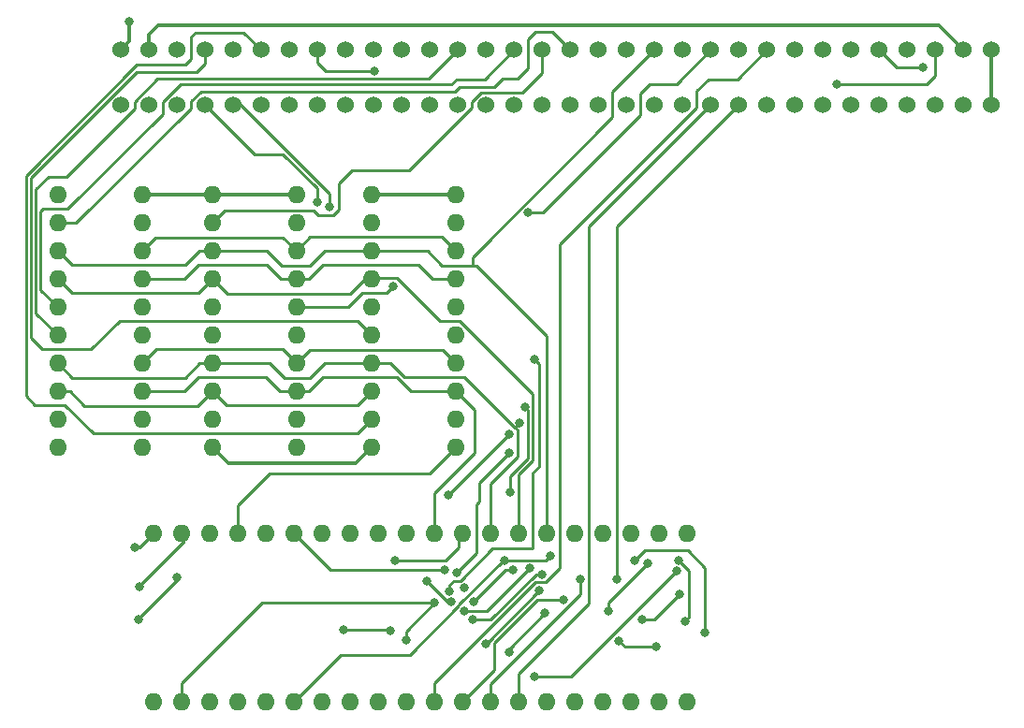
<source format=gbr>
%TF.GenerationSoftware,KiCad,Pcbnew,(5.99.0-7341-g2f3ca60c5e)*%
%TF.CreationDate,2021-11-12T09:56:41+01:00*%
%TF.ProjectId,MD Dumper Classic,4d442044-756d-4706-9572-20436c617373,rev?*%
%TF.SameCoordinates,Original*%
%TF.FileFunction,Copper,L1,Top*%
%TF.FilePolarity,Positive*%
%FSLAX46Y46*%
G04 Gerber Fmt 4.6, Leading zero omitted, Abs format (unit mm)*
G04 Created by KiCad (PCBNEW (5.99.0-7341-g2f3ca60c5e)) date 2021-11-12 09:56:41*
%MOMM*%
%LPD*%
G01*
G04 APERTURE LIST*
%TA.AperFunction,ComponentPad*%
%ADD10O,1.600000X1.600000*%
%TD*%
%TA.AperFunction,ComponentPad*%
%ADD11C,1.524000*%
%TD*%
%TA.AperFunction,ViaPad*%
%ADD12C,0.800000*%
%TD*%
%TA.AperFunction,Conductor*%
%ADD13C,0.250000*%
%TD*%
%TA.AperFunction,Conductor*%
%ADD14C,0.300000*%
%TD*%
G04 APERTURE END LIST*
D10*
%TO.P,U3,1,Mr*%
%TO.N,VCC5*%
X121640000Y-73130000D03*
%TO.P,U3,2,Q0*%
%TO.N,A16*%
X121640000Y-75670000D03*
%TO.P,U3,3,D0*%
%TO.N,D0_V*%
X121640000Y-78210000D03*
%TO.P,U3,4,D1*%
%TO.N,D1_V*%
X121640000Y-80750000D03*
%TO.P,U3,5,Q1*%
%TO.N,A17*%
X121640000Y-83290000D03*
%TO.P,U3,6,Q2*%
%TO.N,A18*%
X121640000Y-85830000D03*
%TO.P,U3,7,D2*%
%TO.N,D2_V*%
X121640000Y-88370000D03*
%TO.P,U3,8,D3*%
%TO.N,d3_v*%
X121640000Y-90910000D03*
%TO.P,U3,9,Q3*%
%TO.N,A19*%
X121640000Y-93450000D03*
%TO.P,U3,10,GND*%
%TO.N,GND*%
X121640000Y-95990000D03*
%TO.P,U3,11,Cp*%
%TO.N,Clk3*%
X129260000Y-95990000D03*
%TO.P,U3,12,Q4*%
%TO.N,A20*%
X129260000Y-93450000D03*
%TO.P,U3,13,D4*%
%TO.N,D4_V*%
X129260000Y-90910000D03*
%TO.P,U3,14,D5*%
%TO.N,D5_V*%
X129260000Y-88370000D03*
%TO.P,U3,15,Q5*%
%TO.N,A21*%
X129260000Y-85830000D03*
%TO.P,U3,16,Q6*%
%TO.N,A22*%
X129260000Y-83290000D03*
%TO.P,U3,17,D6*%
%TO.N,D6_V*%
X129260000Y-80750000D03*
%TO.P,U3,18,D7*%
%TO.N,D7_V*%
X129260000Y-78210000D03*
%TO.P,U3,19*%
%TO.N,N/C*%
X129260000Y-75670000D03*
%TO.P,U3,20,VCC*%
%TO.N,VCC5*%
X129260000Y-73130000D03*
%TD*%
%TO.P,U1,1,Mr*%
%TO.N,VCC5*%
X107675000Y-73130000D03*
%TO.P,U1,2,Q0*%
%TO.N,A0*%
X107675000Y-75670000D03*
%TO.P,U1,3,D0*%
%TO.N,D0_V*%
X107675000Y-78210000D03*
%TO.P,U1,4,D1*%
%TO.N,D1_V*%
X107675000Y-80750000D03*
%TO.P,U1,5,Q1*%
%TO.N,A1*%
X107675000Y-83290000D03*
%TO.P,U1,6,Q2*%
%TO.N,A2*%
X107675000Y-85830000D03*
%TO.P,U1,7,D2*%
%TO.N,D2_V*%
X107675000Y-88370000D03*
%TO.P,U1,8,D3*%
%TO.N,d3_v*%
X107675000Y-90910000D03*
%TO.P,U1,9,Q3*%
%TO.N,A3*%
X107675000Y-93450000D03*
%TO.P,U1,10,GND*%
%TO.N,GND*%
X107675000Y-95990000D03*
%TO.P,U1,11,Cp*%
%TO.N,Clk1*%
X115295000Y-95990000D03*
%TO.P,U1,12,Q4*%
%TO.N,A4*%
X115295000Y-93450000D03*
%TO.P,U1,13,D4*%
%TO.N,D4_V*%
X115295000Y-90910000D03*
%TO.P,U1,14,D5*%
%TO.N,D5_V*%
X115295000Y-88370000D03*
%TO.P,U1,15,Q5*%
%TO.N,A5*%
X115295000Y-85830000D03*
%TO.P,U1,16,Q6*%
%TO.N,A6*%
X115295000Y-83290000D03*
%TO.P,U1,17,D6*%
%TO.N,D6_V*%
X115295000Y-80750000D03*
%TO.P,U1,18,D7*%
%TO.N,D7_V*%
X115295000Y-78210000D03*
%TO.P,U1,19,Q7*%
%TO.N,A7*%
X115295000Y-75670000D03*
%TO.P,U1,20,VCC*%
%TO.N,VCC5*%
X115295000Y-73130000D03*
%TD*%
%TO.P,P1,*%
%TO.N,D2_V*%
X146800000Y-103760000D03*
%TO.N,d3_v*%
X144260000Y-103760000D03*
%TO.P,P1,1,1*%
%TO.N,Clk1*%
X116320000Y-119000000D03*
%TO.P,P1,2,2*%
%TO.N,D12*%
X118860000Y-119000000D03*
%TO.P,P1,3,3*%
%TO.N,Clk3*%
X121400000Y-119000000D03*
%TO.P,P1,4,4*%
%TO.N,D11*%
X123940000Y-119000000D03*
%TO.P,P1,5,5*%
%TO.N,MD_AS*%
X126480000Y-119000000D03*
%TO.P,P1,6,6*%
%TO.N,MD_Rst*%
X129020000Y-119000000D03*
%TO.P,P1,7,7*%
%TO.N,MD_TIME*%
X131560000Y-119000000D03*
%TO.P,P1,8,8*%
%TO.N,/PA11*%
X134100000Y-119000000D03*
%TO.P,P1,9,9*%
%TO.N,/PA12*%
X136640000Y-119000000D03*
%TO.P,P1,10,10*%
%TO.N,MD_UWR*%
X139180000Y-119000000D03*
%TO.P,P1,11,11*%
%TO.N,D9*%
X141720000Y-119000000D03*
%TO.P,P1,12,12*%
%TO.N,D10*%
X144260000Y-119000000D03*
%TO.P,P1,13,13*%
%TO.N,D14*%
X146800000Y-119000000D03*
%TO.P,P1,14,14*%
%TO.N,D15*%
X149340000Y-119000000D03*
%TO.P,P1,15,15*%
%TO.N,MD_OE*%
X151880000Y-119000000D03*
%TO.P,P1,16,16*%
%TO.N,MD_CE*%
X154420000Y-119000000D03*
%TO.P,P1,17,17*%
%TO.N,MD_WE*%
X156960000Y-119000000D03*
%TO.P,P1,18,18*%
%TO.N,VCC5*%
X159500000Y-119000000D03*
%TO.P,P1,19,19*%
%TO.N,GND*%
X162040000Y-119000000D03*
%TO.P,P1,20,20*%
%TO.N,N/C*%
X164580000Y-119000000D03*
%TO.P,P1,21,21*%
%TO.N,/VBAT*%
X164580000Y-103760000D03*
%TO.P,P1,22,22*%
%TO.N,/PC13*%
X162040000Y-103760000D03*
%TO.P,P1,23,23*%
%TO.N,/PC14*%
X159500000Y-103760000D03*
%TO.P,P1,24,24*%
%TO.N,/PC15*%
X156960000Y-103760000D03*
%TO.P,P1,25,25*%
%TO.N,/RST*%
X154420000Y-103760000D03*
%TO.P,P1,26,26*%
%TO.N,D0_V*%
X151880000Y-103760000D03*
%TO.P,P1,27,27*%
%TO.N,D1_V*%
X149340000Y-103760000D03*
%TO.P,P1,30,30*%
%TO.N,D4_V*%
X141720000Y-103760000D03*
%TO.P,P1,31,31*%
%TO.N,D5_V*%
X139180000Y-103760000D03*
%TO.P,P1,32,32*%
%TO.N,D6_V*%
X136640000Y-103760000D03*
%TO.P,P1,33,33*%
%TO.N,D7_V*%
X134100000Y-103760000D03*
%TO.P,P1,34,34*%
%TO.N,D13*%
X131560000Y-103760000D03*
%TO.P,P1,35,35*%
%TO.N,D8*%
X129020000Y-103760000D03*
%TO.P,P1,36,36*%
%TO.N,N/C*%
X126480000Y-103760000D03*
%TO.P,P1,37,37*%
%TO.N,Clk2*%
X123940000Y-103760000D03*
%TO.P,P1,38,38*%
%TO.N,N/C*%
X121400000Y-103760000D03*
%TO.P,P1,39,39*%
%TO.N,GND*%
X118860000Y-103760000D03*
%TO.P,P1,40,40*%
%TO.N,VCC5*%
X116320000Y-103760000D03*
%TD*%
%TO.P,U2,1,Mr*%
%TO.N,VCC5*%
X136065000Y-73130000D03*
%TO.P,U2,2,Q0*%
%TO.N,A8*%
X136065000Y-75670000D03*
%TO.P,U2,3,D0*%
%TO.N,D0_V*%
X136065000Y-78210000D03*
%TO.P,U2,4,D1*%
%TO.N,D1_V*%
X136065000Y-80750000D03*
%TO.P,U2,5,Q1*%
%TO.N,A9*%
X136065000Y-83290000D03*
%TO.P,U2,6,Q2*%
%TO.N,A10*%
X136065000Y-85830000D03*
%TO.P,U2,7,D2*%
%TO.N,D2_V*%
X136065000Y-88370000D03*
%TO.P,U2,8,D3*%
%TO.N,d3_v*%
X136065000Y-90910000D03*
%TO.P,U2,9,Q3*%
%TO.N,A11*%
X136065000Y-93450000D03*
%TO.P,U2,10,GND*%
%TO.N,GND*%
X136065000Y-95990000D03*
%TO.P,U2,11,Cp*%
%TO.N,Clk2*%
X143685000Y-95990000D03*
%TO.P,U2,12,Q4*%
%TO.N,A12*%
X143685000Y-93450000D03*
%TO.P,U2,13,D4*%
%TO.N,D4_V*%
X143685000Y-90910000D03*
%TO.P,U2,14,D5*%
%TO.N,D5_V*%
X143685000Y-88370000D03*
%TO.P,U2,15,Q5*%
%TO.N,A13*%
X143685000Y-85830000D03*
%TO.P,U2,16,Q6*%
%TO.N,A14*%
X143685000Y-83290000D03*
%TO.P,U2,17,D6*%
%TO.N,D6_V*%
X143685000Y-80750000D03*
%TO.P,U2,18,D7*%
%TO.N,D7_V*%
X143685000Y-78210000D03*
%TO.P,U2,19,Q7*%
%TO.N,A15*%
X143685000Y-75670000D03*
%TO.P,U2,20,VCC*%
%TO.N,VCC5*%
X143685000Y-73130000D03*
%TD*%
D11*
%TO.P,Classic 12/2020,A01,GND*%
%TO.N,GND*%
X113380000Y-60010000D03*
%TO.P,Classic 12/2020,A02,VCC*%
%TO.N,VCC5*%
X115920000Y-60010000D03*
%TO.P,Classic 12/2020,A03,A7*%
%TO.N,A7*%
X118460000Y-60010000D03*
%TO.P,Classic 12/2020,A04,A10*%
%TO.N,A10*%
X121000000Y-60010000D03*
%TO.P,Classic 12/2020,A05,A6*%
%TO.N,A6*%
X123540000Y-60010000D03*
%TO.P,Classic 12/2020,A06,A11*%
%TO.N,A11*%
X126080000Y-60010000D03*
%TO.P,Classic 12/2020,A07,A5*%
%TO.N,A5*%
X128620000Y-60010000D03*
%TO.P,Classic 12/2020,A08,A12*%
%TO.N,A12*%
X131160000Y-60010000D03*
%TO.P,Classic 12/2020,A09,A4*%
%TO.N,A4*%
X133700000Y-60010000D03*
%TO.P,Classic 12/2020,A10,A13*%
%TO.N,A13*%
X136240000Y-60010000D03*
%TO.P,Classic 12/2020,A11,A3*%
%TO.N,A3*%
X138780000Y-60010000D03*
%TO.P,Classic 12/2020,A12,A14*%
%TO.N,A14*%
X141320000Y-60010000D03*
%TO.P,Classic 12/2020,A13,A2*%
%TO.N,A2*%
X143860000Y-60010000D03*
%TO.P,Classic 12/2020,A14,A15*%
%TO.N,A15*%
X146400000Y-60010000D03*
%TO.P,Classic 12/2020,A15,A1*%
%TO.N,A1*%
X148940000Y-60010000D03*
%TO.P,Classic 12/2020,A16,A16*%
%TO.N,A16*%
X151480000Y-60010000D03*
%TO.P,Classic 12/2020,A17,A0*%
%TO.N,A0*%
X154020000Y-60010000D03*
%TO.P,Classic 12/2020,A18,GND*%
%TO.N,GND*%
X156560000Y-60010000D03*
%TO.P,Classic 12/2020,A19,D7*%
%TO.N,D7_V*%
X159100000Y-60010000D03*
%TO.P,Classic 12/2020,A20,D0*%
%TO.N,D0_V*%
X161640000Y-60010000D03*
%TO.P,Classic 12/2020,A21,D8*%
%TO.N,D8*%
X164180000Y-60010000D03*
%TO.P,Classic 12/2020,A22,D6*%
%TO.N,D6_V*%
X166720000Y-60010000D03*
%TO.P,Classic 12/2020,A23,D1*%
%TO.N,D1_V*%
X169260000Y-60010000D03*
%TO.P,Classic 12/2020,A24,D9*%
%TO.N,D9*%
X171800000Y-60010000D03*
%TO.P,Classic 12/2020,A25,D5*%
%TO.N,D5_V*%
X174340000Y-60010000D03*
%TO.P,Classic 12/2020,A26,D2*%
%TO.N,D2_V*%
X176880000Y-60010000D03*
%TO.P,Classic 12/2020,A27,D10*%
%TO.N,D10*%
X179420000Y-60010000D03*
%TO.P,Classic 12/2020,A28,D4*%
%TO.N,D4_V*%
X181960000Y-60010000D03*
%TO.P,Classic 12/2020,A29,D3*%
%TO.N,d3_v*%
X184500000Y-60010000D03*
%TO.P,Classic 12/2020,A30,D11*%
%TO.N,D11*%
X187040000Y-60010000D03*
%TO.P,Classic 12/2020,A31,VCC*%
%TO.N,VCC5*%
X189580000Y-60010000D03*
%TO.P,Classic 12/2020,A32,GND*%
%TO.N,GND*%
X192120000Y-60010000D03*
%TO.P,Classic 12/2020,B01,Left_Audio*%
%TO.N,N/C*%
X113380000Y-64980000D03*
%TO.P,Classic 12/2020,B02,~68K_Rst*%
X115920000Y-64980000D03*
%TO.P,Classic 12/2020,B03,Right_Audio*%
X118460000Y-64980000D03*
%TO.P,Classic 12/2020,B04,A8*%
%TO.N,A8*%
X121000000Y-64980000D03*
%TO.P,Classic 12/2020,B05,A9*%
%TO.N,A9*%
X123540000Y-64980000D03*
%TO.P,Classic 12/2020,B06,A17*%
%TO.N,A17*%
X126080000Y-64980000D03*
%TO.P,Classic 12/2020,B07,A18*%
%TO.N,A18*%
X128620000Y-64980000D03*
%TO.P,Classic 12/2020,B08,A19*%
%TO.N,A19*%
X131160000Y-64980000D03*
%TO.P,Classic 12/2020,B09,A20*%
%TO.N,A20*%
X133700000Y-64980000D03*
%TO.P,Classic 12/2020,B10,A21*%
%TO.N,A21*%
X136240000Y-64980000D03*
%TO.P,Classic 12/2020,B11,A22*%
%TO.N,A22*%
X138780000Y-64980000D03*
%TO.P,Classic 12/2020,B12,VDP_YS*%
%TO.N,N/C*%
X141320000Y-64980000D03*
%TO.P,Classic 12/2020,B13,VSYNC*%
X143860000Y-64980000D03*
%TO.P,Classic 12/2020,B14,HSYNC*%
X146400000Y-64980000D03*
%TO.P,Classic 12/2020,B15,VDP_CLK*%
X148940000Y-64980000D03*
%TO.P,Classic 12/2020,B16,~OE*%
%TO.N,MD_OE*%
X151480000Y-64980000D03*
%TO.P,Classic 12/2020,B17,~CE*%
%TO.N,MD_CE*%
X154020000Y-64980000D03*
%TO.P,Classic 12/2020,B18,AS*%
%TO.N,MD_AS*%
X156560000Y-64980000D03*
%TO.P,Classic 12/2020,B19,68K_CLK*%
%TO.N,VClk*%
X159100000Y-64980000D03*
%TO.P,Classic 12/2020,B20,DTACK*%
%TO.N,MD_DTACK*%
X161640000Y-64980000D03*
%TO.P,Classic 12/2020,B21,~CAS2*%
%TO.N,N/C*%
X164180000Y-64980000D03*
%TO.P,Classic 12/2020,B22,D15*%
%TO.N,D15*%
X166720000Y-64980000D03*
%TO.P,Classic 12/2020,B23,D14*%
%TO.N,D14*%
X169260000Y-64980000D03*
%TO.P,Classic 12/2020,B24,D13*%
%TO.N,D13*%
X171800000Y-64980000D03*
%TO.P,Classic 12/2020,B25,D12*%
%TO.N,D12*%
X174340000Y-64980000D03*
%TO.P,Classic 12/2020,B26,~ASEL*%
%TO.N,STM_ASEL*%
X176880000Y-64980000D03*
%TO.P,Classic 12/2020,B27,~ROM_RST*%
%TO.N,MD_Rst*%
X179420000Y-64980000D03*
%TO.P,Classic 12/2020,B28,~Low_WR*%
%TO.N,MD_WE*%
X181960000Y-64980000D03*
%TO.P,Classic 12/2020,B29,~Up_WR*%
%TO.N,MD_UWR*%
X184500000Y-64980000D03*
%TO.P,Classic 12/2020,B30,~Mark3*%
%TO.N,~MARK3*%
X187040000Y-64980000D03*
%TO.P,Classic 12/2020,B31,~TIME*%
%TO.N,MD_TIME*%
X189580000Y-64980000D03*
%TO.P,Classic 12/2020,B32,~CART*%
%TO.N,GND*%
X192120000Y-64980000D03*
%TD*%
D12*
%TO.N,D4_V*%
X144483618Y-110823618D03*
X141031653Y-108044990D03*
%TO.N,D8*%
X142690906Y-107035291D03*
%TO.N,D13*%
X148580000Y-100020000D03*
X148520000Y-96500000D03*
%TO.N,MD_AS*%
X143127660Y-108967660D03*
%TO.N,D4_V*%
X143248579Y-109960335D03*
%TO.N,d3_v*%
X144404951Y-108707061D03*
%TO.N,D13*%
X143740000Y-107330000D03*
%TO.N,MD_TIME*%
X145211716Y-111548628D03*
%TO.N,d3_v*%
X145265532Y-109944801D03*
X138160000Y-106200000D03*
%TO.N,D4_V*%
X150390000Y-106905010D03*
%TO.N,MD_Rst*%
X152230000Y-105800000D03*
%TO.N,D4_V*%
X159870000Y-106220000D03*
%TO.N,d3_v*%
X163850000Y-106190000D03*
%TO.N,D11*%
X163637205Y-107167109D03*
%TO.N,D12*%
X139170000Y-113370000D03*
X151210000Y-108940000D03*
%TO.N,d3_v*%
X148874990Y-107062091D03*
%TO.N,D12*%
X146390000Y-113710000D03*
%TO.N,GND*%
X114140000Y-57460000D03*
X115100000Y-108550000D03*
%TO.N,VCC5*%
X114640000Y-104990000D03*
X114980000Y-111510000D03*
X118450000Y-107750000D03*
%TO.N,D8*%
X142990000Y-100288200D03*
X148468900Y-94809300D03*
%TO.N,D10*%
X153416000Y-109728000D03*
%TO.N,D4_V*%
X166240000Y-112770000D03*
X185910000Y-61620000D03*
%TO.N,D11*%
X178140000Y-63080000D03*
X133550000Y-112440000D03*
X137750000Y-112560000D03*
X150770000Y-116700000D03*
%TO.N,D6_V*%
X150227360Y-74737960D03*
%TO.N,D2_V*%
X149463900Y-93752700D03*
%TO.N,D14*%
X154940000Y-107925021D03*
X158230000Y-107925021D03*
%TO.N,D13*%
X149914200Y-92324400D03*
%TO.N,D12*%
X141770000Y-110030000D03*
%TO.N,A22*%
X137995700Y-81422100D03*
%TO.N,A8*%
X131114400Y-73801100D03*
%TO.N,A9*%
X132267400Y-74199200D03*
%TO.N,A12*%
X136340400Y-61919600D03*
%TO.N,MD_UWR*%
X161807000Y-114037000D03*
X148470000Y-114535010D03*
X151750000Y-110980000D03*
X158420000Y-113470000D03*
%TO.N,MD_AS*%
X150809100Y-88032600D03*
%TO.N,MD_Rst*%
X148100000Y-106180000D03*
%TO.N,MD_TIME*%
X163934979Y-109240000D03*
X161036000Y-106426000D03*
X151491121Y-107475010D03*
X160528000Y-111506000D03*
X157480000Y-110744000D03*
%TO.N,d3_v*%
X164390052Y-111725526D03*
%TD*%
D13*
%TO.N,MD_AS*%
X150656300Y-98275900D02*
X150656300Y-105123700D01*
%TO.N,MD_TIME*%
X146851818Y-111548628D02*
X145211716Y-111548628D01*
%TO.N,MD_AS*%
X147019302Y-105123700D02*
X144088001Y-108055001D01*
%TO.N,MD_Rst*%
X143973580Y-110308336D02*
X143973580Y-110211434D01*
%TO.N,D2_V*%
X149245002Y-94386602D02*
X149037500Y-94179100D01*
%TO.N,MD_AS*%
X151209099Y-88432599D02*
X151209099Y-97723101D01*
%TO.N,MD_TIME*%
X150925436Y-107475010D02*
X146851818Y-111548628D01*
%TO.N,MD_Rst*%
X129020000Y-119000000D02*
X133240000Y-114780000D01*
%TO.N,D13*%
X145550000Y-101110000D02*
X145800000Y-100860000D01*
X145550000Y-105520000D02*
X145550000Y-101110000D01*
%TO.N,MD_Rst*%
X143973580Y-110211434D02*
X148005014Y-106180000D01*
%TO.N,D4_V*%
X142946998Y-109960335D02*
X143248579Y-109960335D01*
%TO.N,MD_Rst*%
X139501916Y-114780000D02*
X143973580Y-110308336D01*
%TO.N,D2_V*%
X149245002Y-96848002D02*
X149245002Y-94386602D01*
%TO.N,D4_V*%
X150390000Y-106905010D02*
X146471392Y-110823618D01*
%TO.N,MD_AS*%
X150656300Y-105123700D02*
X147019302Y-105123700D01*
%TO.N,D2_V*%
X146800000Y-99293004D02*
X149245002Y-96848002D01*
X146800000Y-103760000D02*
X146800000Y-99293004D01*
%TO.N,MD_AS*%
X143474634Y-108055001D02*
X143127660Y-108401975D01*
%TO.N,D13*%
X150189300Y-96959600D02*
X148679450Y-98469450D01*
%TO.N,D4_V*%
X141031653Y-108044990D02*
X142946998Y-109960335D01*
%TO.N,MD_AS*%
X143127660Y-108401975D02*
X143127660Y-108967660D01*
%TO.N,d3_v*%
X148148242Y-107062091D02*
X145265532Y-109944801D01*
%TO.N,MD_Rst*%
X148005014Y-106180000D02*
X148100000Y-106180000D01*
%TO.N,MD_AS*%
X151209099Y-97723101D02*
X150656300Y-98275900D01*
%TO.N,MD_Rst*%
X133240000Y-114780000D02*
X139501916Y-114780000D01*
%TO.N,D8*%
X132295291Y-107035291D02*
X142690906Y-107035291D01*
%TO.N,MD_AS*%
X150809100Y-88032600D02*
X151209099Y-88432599D01*
X144088001Y-108055001D02*
X143474634Y-108055001D01*
%TO.N,D8*%
X129020000Y-103760000D02*
X132295291Y-107035291D01*
%TO.N,D13*%
X145800000Y-99220000D02*
X148520000Y-96500000D01*
X143740000Y-107330000D02*
X145550000Y-105520000D01*
X145800000Y-100860000D02*
X145800000Y-99220000D01*
%TO.N,D4_V*%
X146471392Y-110823618D02*
X144483618Y-110823618D01*
%TO.N,MD_TIME*%
X151491121Y-107475010D02*
X150925436Y-107475010D01*
%TO.N,d3_v*%
X148874990Y-107062091D02*
X148148242Y-107062091D01*
%TO.N,D13*%
X148580000Y-100020000D02*
X148580000Y-98568900D01*
X148580000Y-98568900D02*
X148679450Y-98469450D01*
%TO.N,d3_v*%
X144260000Y-103760000D02*
X143970000Y-104050000D01*
X143970000Y-104050000D02*
X143970000Y-105010000D01*
X143970000Y-105010000D02*
X142780000Y-106200000D01*
X142780000Y-106200000D02*
X138160000Y-106200000D01*
%TO.N,MD_Rst*%
X148100000Y-106180000D02*
X151850000Y-106180000D01*
X151850000Y-106180000D02*
X152230000Y-105800000D01*
%TO.N,D4_V*%
X166240000Y-112770000D02*
X166240000Y-106870000D01*
X164670000Y-105300000D02*
X160790000Y-105300000D01*
X166240000Y-106870000D02*
X164670000Y-105300000D01*
X160790000Y-105300000D02*
X159870000Y-106220000D01*
%TO.N,d3_v*%
X164790051Y-111325527D02*
X164790051Y-107130051D01*
%TO.N,D11*%
X150770000Y-116700000D02*
X154104314Y-116700000D01*
X154104314Y-116700000D02*
X163637205Y-107167109D01*
%TO.N,d3_v*%
X164790051Y-107130051D02*
X163850000Y-106190000D01*
X164390052Y-111725526D02*
X164790051Y-111325527D01*
%TO.N,D9*%
X150876986Y-108200012D02*
X151799123Y-108200012D01*
X166502400Y-62677600D02*
X169132400Y-62677600D01*
X153120000Y-77591400D02*
X165450000Y-65261400D01*
%TO.N,D12*%
X146440000Y-113710000D02*
X146390000Y-113710000D01*
%TO.N,D9*%
X153120000Y-106879135D02*
X153120000Y-77591400D01*
X151799123Y-108200012D02*
X153120000Y-106879135D01*
%TO.N,D12*%
X151210000Y-108940000D02*
X146440000Y-113710000D01*
%TO.N,D9*%
X141720000Y-119000000D02*
X141720000Y-117306996D01*
X141720000Y-117306996D02*
X146041998Y-112984998D01*
X146092000Y-112984998D02*
X150876986Y-108200012D01*
%TO.N,D10*%
X147115002Y-113671408D02*
X151058410Y-109728000D01*
X144260000Y-119000000D02*
X147115002Y-116144998D01*
%TO.N,D9*%
X165450000Y-63730000D02*
X166502400Y-62677600D01*
X169132400Y-62677600D02*
X171800000Y-60010000D01*
%TO.N,D10*%
X147115002Y-116144998D02*
X147115002Y-113671408D01*
%TO.N,D9*%
X146041998Y-112984998D02*
X146092000Y-112984998D01*
X165450000Y-65261400D02*
X165450000Y-63730000D01*
%TO.N,D10*%
X151058410Y-109728000D02*
X153416000Y-109728000D01*
%TO.N,D12*%
X139170000Y-113370000D02*
X139170000Y-112630000D01*
X139170000Y-112630000D02*
X141770000Y-110030000D01*
D14*
%TO.N,GND*%
X119080000Y-103980000D02*
X118860000Y-103760000D01*
X114140000Y-59250000D02*
X113380000Y-60010000D01*
X134615000Y-97440000D02*
X123090000Y-97440000D01*
X192120000Y-64980000D02*
X192120000Y-60010000D01*
X114140000Y-57460000D02*
X114140000Y-59250000D01*
X115100000Y-108550000D02*
X119080000Y-104570000D01*
X136065000Y-95990000D02*
X134615000Y-97440000D01*
X123090000Y-97440000D02*
X121640000Y-95990000D01*
X119080000Y-104570000D02*
X119080000Y-103980000D01*
%TO.N,VCC5*%
X116320000Y-103860000D02*
X115190000Y-104990000D01*
X162240000Y-57800000D02*
X187370000Y-57800000D01*
X115920000Y-60010000D02*
X115920000Y-58640000D01*
X115190000Y-104990000D02*
X114640000Y-104990000D01*
X114980000Y-111510000D02*
X118450000Y-108040000D01*
X115920000Y-58640000D02*
X116760000Y-57800000D01*
X116760000Y-57800000D02*
X162240000Y-57800000D01*
X118450000Y-108040000D02*
X118450000Y-107750000D01*
X187370000Y-57800000D02*
X189580000Y-60010000D01*
X143685000Y-73130000D02*
X136065000Y-73130000D01*
X115295000Y-73130000D02*
X121640000Y-73130000D01*
X129260000Y-73130000D02*
X121640000Y-73130000D01*
D13*
%TO.N,D8*%
X148468900Y-94809300D02*
X142990000Y-100288200D01*
%TO.N,D0_V*%
X141120000Y-78210000D02*
X140260000Y-78210000D01*
X145334300Y-78605700D02*
X145165600Y-78774400D01*
X140260000Y-78210000D02*
X136065000Y-78210000D01*
X151880000Y-103760000D02*
X151880000Y-101260000D01*
X145165600Y-78774400D02*
X145165600Y-79510000D01*
X136065000Y-78210000D02*
X131795300Y-78210000D01*
X127940000Y-79530000D02*
X126620000Y-78210000D01*
X145165600Y-79510000D02*
X142420000Y-79510000D01*
X119234700Y-79490000D02*
X108955000Y-79490000D01*
X142420000Y-79510000D02*
X141120000Y-78210000D01*
X151880000Y-85887000D02*
X151880000Y-101260000D01*
X157830000Y-63820000D02*
X157830000Y-66110000D01*
X126620000Y-78210000D02*
X121640000Y-78210000D01*
X130475300Y-79530000D02*
X127940000Y-79530000D01*
X145791500Y-79798500D02*
X151880000Y-85887000D01*
X157830000Y-66110000D02*
X145334300Y-78605700D01*
X121640000Y-78210000D02*
X120514700Y-78210000D01*
X145503000Y-79510000D02*
X145791500Y-79798500D01*
X131795300Y-78210000D02*
X130475300Y-79530000D01*
X161640000Y-60010000D02*
X157830000Y-63820000D01*
X145165600Y-79510000D02*
X145503000Y-79510000D01*
X108955000Y-79490000D02*
X107675000Y-78210000D01*
X120514700Y-78210000D02*
X119234700Y-79490000D01*
%TO.N,D1_V*%
X150639700Y-97146100D02*
X149340000Y-98445800D01*
X138351800Y-80684400D02*
X142227400Y-84560000D01*
X120360000Y-82030000D02*
X121640000Y-80750000D01*
X135568000Y-80684400D02*
X138351800Y-80684400D01*
X108955000Y-82030000D02*
X120360000Y-82030000D01*
X136065000Y-80750000D02*
X135502400Y-80750000D01*
X150639700Y-91147800D02*
X150639700Y-97146100D01*
X144051900Y-84560000D02*
X150639700Y-91147800D01*
X135502400Y-80750000D02*
X135568000Y-80684400D01*
X149340000Y-101260000D02*
X149340000Y-100134700D01*
X134142400Y-82110000D02*
X135502400Y-80750000D01*
X142227400Y-84560000D02*
X144051900Y-84560000D01*
X121640000Y-80750000D02*
X123000000Y-82110000D01*
X149340000Y-103760000D02*
X149340000Y-101260000D01*
X149340000Y-98445800D02*
X149340000Y-100134700D01*
X107675000Y-80750000D02*
X108955000Y-82030000D01*
X123000000Y-82110000D02*
X134142400Y-82110000D01*
%TO.N,D4_V*%
X143685000Y-90910000D02*
X145370000Y-92595000D01*
X129240000Y-90890000D02*
X129260000Y-90910000D01*
X138347200Y-89660000D02*
X131635300Y-89660000D01*
X145370000Y-96484700D02*
X141720000Y-100134700D01*
X145370000Y-92595000D02*
X145370000Y-96484700D01*
X126470000Y-89620000D02*
X127740000Y-90890000D01*
X119104700Y-90910000D02*
X120394700Y-89620000D01*
X115295000Y-90910000D02*
X119104700Y-90910000D01*
X141720000Y-100134700D02*
X141720000Y-101260000D01*
X141720000Y-103760000D02*
X141720000Y-102110000D01*
X181960000Y-60010000D02*
X183570000Y-61620000D01*
X130385300Y-90910000D02*
X129260000Y-90910000D01*
X120394700Y-89620000D02*
X126470000Y-89620000D01*
X143685000Y-90910000D02*
X139597200Y-90910000D01*
X131635300Y-89660000D02*
X130385300Y-90910000D01*
X127740000Y-90890000D02*
X129240000Y-90890000D01*
X183570000Y-61620000D02*
X185910000Y-61620000D01*
X141720000Y-101260000D02*
X141720000Y-102110000D01*
X139597200Y-90910000D02*
X138347200Y-89660000D01*
%TO.N,D11*%
X133550000Y-112440000D02*
X137630000Y-112440000D01*
X137630000Y-112440000D02*
X137750000Y-112560000D01*
X187040000Y-62330000D02*
X186290000Y-63080000D01*
X178140000Y-63080000D02*
X183970000Y-63080000D01*
X186290000Y-63080000D02*
X183970000Y-63080000D01*
X187040000Y-60010000D02*
X187040000Y-62330000D01*
%TO.N,D5_V*%
X129260000Y-88370000D02*
X127980000Y-87090000D01*
X143685000Y-88370000D02*
X142455000Y-87140000D01*
X127980000Y-87090000D02*
X116575000Y-87090000D01*
X116575000Y-87090000D02*
X115295000Y-88370000D01*
X142455000Y-87140000D02*
X130490000Y-87140000D01*
X130490000Y-87140000D02*
X129260000Y-88370000D01*
%TO.N,D6_V*%
X140050000Y-79500000D02*
X131635300Y-79500000D01*
X143685000Y-80750000D02*
X141580000Y-80750000D01*
X130385300Y-80750000D02*
X129260000Y-80750000D01*
X126610000Y-79490000D02*
X127820000Y-80700000D01*
X129210000Y-80700000D02*
X129260000Y-80750000D01*
X160370000Y-65940000D02*
X151572040Y-74737960D01*
X163640800Y-63089200D02*
X161240800Y-63089200D01*
X161240800Y-63089200D02*
X160370000Y-63960000D01*
X140330000Y-79500000D02*
X140050000Y-79500000D01*
X151572040Y-74737960D02*
X150227360Y-74737960D01*
X141580000Y-80750000D02*
X140330000Y-79500000D01*
X160370000Y-63960000D02*
X160370000Y-65940000D01*
X119104700Y-80750000D02*
X120364700Y-79490000D01*
X120364700Y-79490000D02*
X126610000Y-79490000D01*
X115295000Y-80750000D02*
X119104700Y-80750000D01*
X166720000Y-60010000D02*
X163640800Y-63089200D01*
X131635300Y-79500000D02*
X130385300Y-80750000D01*
X127820000Y-80700000D02*
X129210000Y-80700000D01*
%TO.N,D7_V*%
X115295000Y-78210000D02*
X116535000Y-76970000D01*
X128020000Y-76970000D02*
X129260000Y-78210000D01*
X143685000Y-78210000D02*
X142435000Y-76960000D01*
X116535000Y-76970000D02*
X128020000Y-76970000D01*
X130510000Y-76960000D02*
X129260000Y-78210000D01*
X142435000Y-76960000D02*
X130510000Y-76960000D01*
%TO.N,A0*%
X149278950Y-62581050D02*
X150210000Y-61650000D01*
X119730000Y-64680600D02*
X119730000Y-65286200D01*
X144009000Y-63348900D02*
X143601100Y-63756800D01*
X120653800Y-63756800D02*
X119730000Y-64680600D01*
X150860000Y-58380000D02*
X150210000Y-59030000D01*
X150210000Y-61650000D02*
X150210000Y-60302100D01*
X143601100Y-63756800D02*
X120653800Y-63756800D01*
X119730000Y-65286200D02*
X109346200Y-75670000D01*
X147931050Y-62581050D02*
X149278950Y-62581050D01*
X109346200Y-75670000D02*
X107675000Y-75670000D01*
X150210000Y-59030000D02*
X150210000Y-60302100D01*
X147931050Y-62581050D02*
X147163200Y-63348900D01*
X152390000Y-58380000D02*
X150860000Y-58380000D01*
X147163200Y-63348900D02*
X144009000Y-63348900D01*
X154020000Y-60010000D02*
X152390000Y-58380000D01*
%TO.N,A1*%
X143729300Y-62673500D02*
X143279000Y-63123800D01*
X106130000Y-81745000D02*
X107675000Y-83290000D01*
X117190000Y-64706300D02*
X117190000Y-65790000D01*
X146276500Y-62673500D02*
X143729300Y-62673500D01*
X106130000Y-74610000D02*
X106130000Y-81745000D01*
X143279000Y-63123800D02*
X118772500Y-63123800D01*
X117190000Y-65790000D02*
X108580000Y-74400000D01*
X108580000Y-74400000D02*
X106340000Y-74400000D01*
X148940000Y-60010000D02*
X146276500Y-62673500D01*
X118772500Y-63123800D02*
X117190000Y-64706300D01*
X106340000Y-74400000D02*
X106130000Y-74610000D01*
%TO.N,A2*%
X105679989Y-83834989D02*
X107675000Y-85830000D01*
X143860000Y-60010000D02*
X141225399Y-62644601D01*
X114650000Y-64691500D02*
X114650000Y-65282700D01*
X116696899Y-62644601D02*
X114650000Y-64691500D01*
X106810000Y-71460000D02*
X105679989Y-72590011D01*
X141225399Y-62644601D02*
X116696899Y-62644601D01*
X108472700Y-71460000D02*
X106810000Y-71460000D01*
X105679989Y-72590011D02*
X105679989Y-83834989D01*
X114650000Y-65282700D02*
X108472700Y-71460000D01*
%TO.N,D2_V*%
X137771100Y-88370000D02*
X136065000Y-88370000D01*
X126850000Y-88370000D02*
X121640000Y-88370000D01*
X131795300Y-88370000D02*
X130465300Y-89700000D01*
X149463900Y-93752700D02*
X149037500Y-94179100D01*
X139011100Y-89610000D02*
X137771100Y-88370000D01*
X130465300Y-89700000D02*
X128180000Y-89700000D01*
X144468400Y-89610000D02*
X139011100Y-89610000D01*
X108985000Y-89680000D02*
X107675000Y-88370000D01*
X149037500Y-94179100D02*
X144468400Y-89610000D01*
X120514700Y-88370000D02*
X119204700Y-89680000D01*
X128180000Y-89700000D02*
X126850000Y-88370000D01*
X136065000Y-88370000D02*
X131795300Y-88370000D01*
X121640000Y-88370000D02*
X120514700Y-88370000D01*
X119204700Y-89680000D02*
X108985000Y-89680000D01*
%TO.N,A16*%
X136646800Y-70903200D02*
X134306800Y-70903200D01*
X132608500Y-74941500D02*
X131229000Y-74941500D01*
X134306800Y-70903200D02*
X133080000Y-72130000D01*
X122765300Y-74544700D02*
X121640000Y-75670000D01*
X145130000Y-64712300D02*
X145130000Y-65250500D01*
X151480000Y-60010000D02*
X151480000Y-62100000D01*
X131229000Y-74941500D02*
X130832200Y-74544700D01*
X133080000Y-72130000D02*
X133080000Y-74470000D01*
X145949600Y-63892700D02*
X145130000Y-64712300D01*
X151480000Y-62100000D02*
X149687300Y-63892700D01*
X133080000Y-74470000D02*
X132608500Y-74941500D01*
X139477300Y-70903200D02*
X136646800Y-70903200D01*
X149687300Y-63892700D02*
X145949600Y-63892700D01*
X130832200Y-74544700D02*
X122765300Y-74544700D01*
X145130000Y-65250500D02*
X139477300Y-70903200D01*
%TO.N,D15*%
X155690000Y-110150000D02*
X149340000Y-116500000D01*
X155690000Y-76010000D02*
X155690000Y-110150000D01*
X149340000Y-119000000D02*
X149340000Y-116500000D01*
X166720000Y-64980000D02*
X155690000Y-76010000D01*
%TO.N,D14*%
X154940000Y-109277004D02*
X146800000Y-117417004D01*
X146800000Y-117417004D02*
X146800000Y-119000000D01*
X158230000Y-107176000D02*
X158230000Y-107925021D01*
X158230000Y-76010000D02*
X158230000Y-107925021D01*
X154940000Y-107925021D02*
X154940000Y-109277004D01*
X169260000Y-64980000D02*
X158230000Y-76010000D01*
%TO.N,D13*%
X150189300Y-92599500D02*
X150189300Y-96959600D01*
X149914200Y-92324400D02*
X150189300Y-92599500D01*
%TO.N,D12*%
X141770000Y-110030000D02*
X141746500Y-110053500D01*
X141204800Y-110053500D02*
X126150300Y-110053500D01*
X119985300Y-116218500D02*
X118860000Y-117343800D01*
X126150300Y-110053500D02*
X119985300Y-116218500D01*
X118860000Y-117343800D02*
X118860000Y-119000000D01*
X141746500Y-110053500D02*
X141204800Y-110053500D01*
%TO.N,A22*%
X137397800Y-82020000D02*
X135245300Y-82020000D01*
X135245300Y-82020000D02*
X133975300Y-83290000D01*
X133975300Y-83290000D02*
X129260000Y-83290000D01*
X137995700Y-81422100D02*
X137397800Y-82020000D01*
%TO.N,Clk2*%
X123940000Y-103760000D02*
X123940000Y-101260000D01*
X143685000Y-95990000D02*
X141315000Y-98360000D01*
X126840000Y-98360000D02*
X123940000Y-101260000D01*
X141315000Y-98360000D02*
X126840000Y-98360000D01*
%TO.N,A8*%
X131114400Y-72544400D02*
X131114400Y-73801100D01*
X128009200Y-69439200D02*
X131114400Y-72544400D01*
X125459200Y-69439200D02*
X128009200Y-69439200D01*
X121000000Y-64980000D02*
X125459200Y-69439200D01*
%TO.N,A9*%
X132267400Y-73060989D02*
X132267400Y-74199200D01*
X123540000Y-64980000D02*
X124186411Y-64980000D01*
X124186411Y-64980000D02*
X132267400Y-73060989D01*
%TO.N,A10*%
X121000000Y-61250000D02*
X121000000Y-60010000D01*
X110695500Y-87100000D02*
X106250000Y-87100000D01*
X106250000Y-87100000D02*
X105229978Y-86079978D01*
X120250000Y-62000000D02*
X121000000Y-61250000D01*
X136065000Y-85830000D02*
X134775000Y-84540000D01*
X114810800Y-62000000D02*
X120250000Y-62000000D01*
X105229978Y-86079978D02*
X105229978Y-71580822D01*
X134775000Y-84540000D02*
X113255500Y-84540000D01*
X113255500Y-84540000D02*
X110695500Y-87100000D01*
X105229978Y-71580822D02*
X114810800Y-62000000D01*
%TO.N,A11*%
X104779967Y-91299967D02*
X105620000Y-92140000D01*
X108312800Y-92140000D02*
X110892800Y-94720000D01*
X120150000Y-58420000D02*
X119740000Y-58830000D01*
X104779967Y-71393933D02*
X104779967Y-91299967D01*
X126080000Y-60010000D02*
X124490000Y-58420000D01*
X114803900Y-61370000D02*
X104779967Y-71393933D01*
X119740000Y-60820000D02*
X119190000Y-61370000D01*
X124490000Y-58420000D02*
X120150000Y-58420000D01*
X110892800Y-94720000D02*
X134795000Y-94720000D01*
X134795000Y-94720000D02*
X136065000Y-93450000D01*
X119740000Y-58830000D02*
X119740000Y-60820000D01*
X119190000Y-61370000D02*
X114803900Y-61370000D01*
X105620000Y-92140000D02*
X108312800Y-92140000D01*
%TO.N,A12*%
X131899600Y-61919600D02*
X131160000Y-61180000D01*
X131160000Y-61180000D02*
X131160000Y-60010000D01*
X136340400Y-61919600D02*
X131899600Y-61919600D01*
%TO.N,MD_UWR*%
X151750000Y-110980000D02*
X148470000Y-114260000D01*
X148470000Y-114260000D02*
X148470000Y-114535010D01*
X161807000Y-114037000D02*
X158987000Y-114037000D01*
X158987000Y-114037000D02*
X158420000Y-113470000D01*
%TO.N,MD_TIME*%
X157480000Y-110744000D02*
X157480000Y-109982000D01*
X161668979Y-111506000D02*
X163934979Y-109240000D01*
X160528000Y-111506000D02*
X161668979Y-111506000D01*
X157480000Y-109982000D02*
X161036000Y-106426000D01*
%TO.N,d3_v*%
X134785000Y-92190000D02*
X122920000Y-92190000D01*
X120330000Y-92220000D02*
X121640000Y-90910000D01*
X122920000Y-92190000D02*
X121640000Y-90910000D01*
X107675000Y-90910000D02*
X108800300Y-90910000D01*
X108800300Y-90910000D02*
X110110300Y-92220000D01*
X110110300Y-92220000D02*
X120330000Y-92220000D01*
X136065000Y-90910000D02*
X134785000Y-92190000D01*
%TD*%
M02*

</source>
